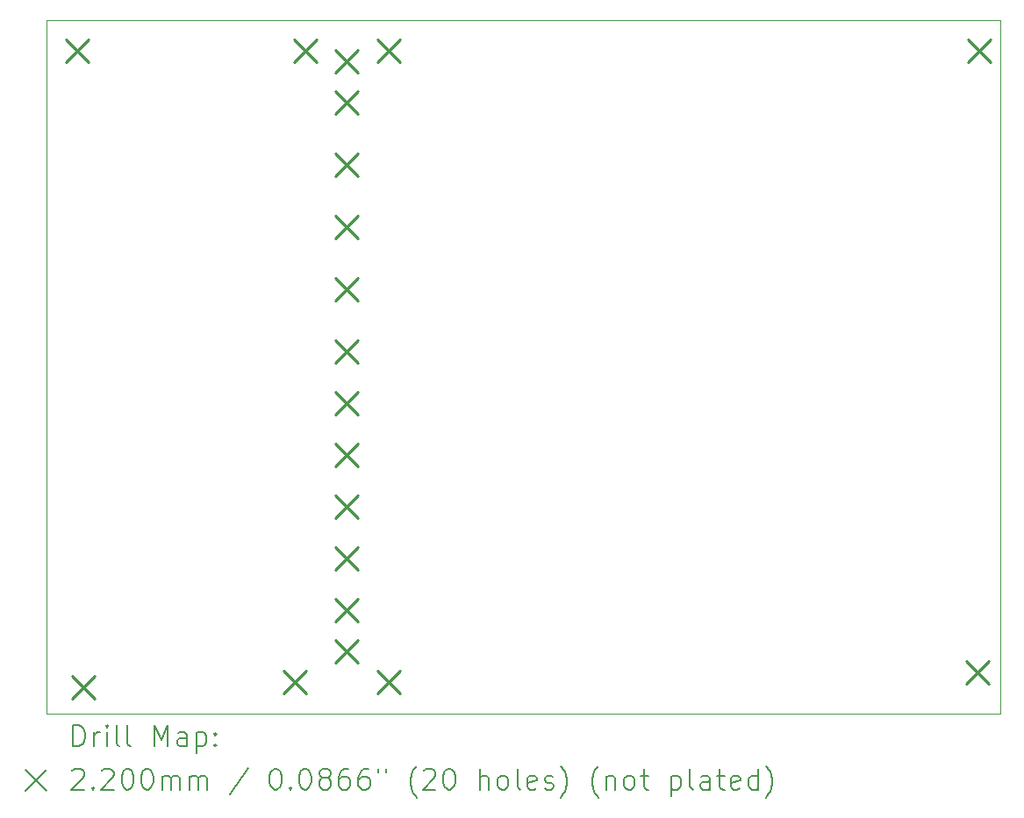
<source format=gbr>
%TF.GenerationSoftware,KiCad,Pcbnew,9.0.1*%
%TF.CreationDate,2025-05-10T06:39:08-07:00*%
%TF.ProjectId,ARDU_RF_TEMP,41524455-5f52-4465-9f54-454d502e6b69,rev?*%
%TF.SameCoordinates,Original*%
%TF.FileFunction,Drillmap*%
%TF.FilePolarity,Positive*%
%FSLAX45Y45*%
G04 Gerber Fmt 4.5, Leading zero omitted, Abs format (unit mm)*
G04 Created by KiCad (PCBNEW 9.0.1) date 2025-05-10 06:39:08*
%MOMM*%
%LPD*%
G01*
G04 APERTURE LIST*
%ADD10C,0.050000*%
%ADD11C,0.200000*%
%ADD12C,0.220000*%
G04 APERTURE END LIST*
D10*
X1300000Y-1300000D02*
X10500000Y-1300000D01*
X10500000Y-8000000D01*
X1300000Y-8000000D01*
X1300000Y-1300000D01*
D11*
D12*
X1490000Y-1490000D02*
X1710000Y-1710000D01*
X1710000Y-1490000D02*
X1490000Y-1710000D01*
X1548000Y-7636000D02*
X1768000Y-7856000D01*
X1768000Y-7636000D02*
X1548000Y-7856000D01*
X3590000Y-7590000D02*
X3810000Y-7810000D01*
X3810000Y-7590000D02*
X3590000Y-7810000D01*
X3690000Y-1490000D02*
X3910000Y-1710000D01*
X3910000Y-1490000D02*
X3690000Y-1710000D01*
X4090000Y-1590000D02*
X4310000Y-1810000D01*
X4310000Y-1590000D02*
X4090000Y-1810000D01*
X4090000Y-1990000D02*
X4310000Y-2210000D01*
X4310000Y-1990000D02*
X4090000Y-2210000D01*
X4090000Y-2590000D02*
X4310000Y-2810000D01*
X4310000Y-2590000D02*
X4090000Y-2810000D01*
X4090000Y-3190000D02*
X4310000Y-3410000D01*
X4310000Y-3190000D02*
X4090000Y-3410000D01*
X4090000Y-3790000D02*
X4310000Y-4010000D01*
X4310000Y-3790000D02*
X4090000Y-4010000D01*
X4090000Y-4390000D02*
X4310000Y-4610000D01*
X4310000Y-4390000D02*
X4090000Y-4610000D01*
X4090000Y-4890000D02*
X4310000Y-5110000D01*
X4310000Y-4890000D02*
X4090000Y-5110000D01*
X4090000Y-5390000D02*
X4310000Y-5610000D01*
X4310000Y-5390000D02*
X4090000Y-5610000D01*
X4090000Y-5890000D02*
X4310000Y-6110000D01*
X4310000Y-5890000D02*
X4090000Y-6110000D01*
X4090000Y-6390000D02*
X4310000Y-6610000D01*
X4310000Y-6390000D02*
X4090000Y-6610000D01*
X4090000Y-6890000D02*
X4310000Y-7110000D01*
X4310000Y-6890000D02*
X4090000Y-7110000D01*
X4090000Y-7290000D02*
X4310000Y-7510000D01*
X4310000Y-7290000D02*
X4090000Y-7510000D01*
X4490000Y-1490000D02*
X4710000Y-1710000D01*
X4710000Y-1490000D02*
X4490000Y-1710000D01*
X4490000Y-7590000D02*
X4710000Y-7810000D01*
X4710000Y-7590000D02*
X4490000Y-7810000D01*
X10175300Y-7490000D02*
X10395300Y-7710000D01*
X10395300Y-7490000D02*
X10175300Y-7710000D01*
X10190000Y-1490000D02*
X10410000Y-1710000D01*
X10410000Y-1490000D02*
X10190000Y-1710000D01*
D11*
X1558277Y-8313984D02*
X1558277Y-8113984D01*
X1558277Y-8113984D02*
X1605896Y-8113984D01*
X1605896Y-8113984D02*
X1634467Y-8123508D01*
X1634467Y-8123508D02*
X1653515Y-8142555D01*
X1653515Y-8142555D02*
X1663039Y-8161603D01*
X1663039Y-8161603D02*
X1672562Y-8199698D01*
X1672562Y-8199698D02*
X1672562Y-8228269D01*
X1672562Y-8228269D02*
X1663039Y-8266365D01*
X1663039Y-8266365D02*
X1653515Y-8285412D01*
X1653515Y-8285412D02*
X1634467Y-8304460D01*
X1634467Y-8304460D02*
X1605896Y-8313984D01*
X1605896Y-8313984D02*
X1558277Y-8313984D01*
X1758277Y-8313984D02*
X1758277Y-8180650D01*
X1758277Y-8218746D02*
X1767801Y-8199698D01*
X1767801Y-8199698D02*
X1777324Y-8190174D01*
X1777324Y-8190174D02*
X1796372Y-8180650D01*
X1796372Y-8180650D02*
X1815420Y-8180650D01*
X1882086Y-8313984D02*
X1882086Y-8180650D01*
X1882086Y-8113984D02*
X1872562Y-8123508D01*
X1872562Y-8123508D02*
X1882086Y-8133031D01*
X1882086Y-8133031D02*
X1891610Y-8123508D01*
X1891610Y-8123508D02*
X1882086Y-8113984D01*
X1882086Y-8113984D02*
X1882086Y-8133031D01*
X2005896Y-8313984D02*
X1986848Y-8304460D01*
X1986848Y-8304460D02*
X1977324Y-8285412D01*
X1977324Y-8285412D02*
X1977324Y-8113984D01*
X2110658Y-8313984D02*
X2091610Y-8304460D01*
X2091610Y-8304460D02*
X2082086Y-8285412D01*
X2082086Y-8285412D02*
X2082086Y-8113984D01*
X2339229Y-8313984D02*
X2339229Y-8113984D01*
X2339229Y-8113984D02*
X2405896Y-8256841D01*
X2405896Y-8256841D02*
X2472563Y-8113984D01*
X2472563Y-8113984D02*
X2472563Y-8313984D01*
X2653515Y-8313984D02*
X2653515Y-8209222D01*
X2653515Y-8209222D02*
X2643991Y-8190174D01*
X2643991Y-8190174D02*
X2624944Y-8180650D01*
X2624944Y-8180650D02*
X2586848Y-8180650D01*
X2586848Y-8180650D02*
X2567801Y-8190174D01*
X2653515Y-8304460D02*
X2634467Y-8313984D01*
X2634467Y-8313984D02*
X2586848Y-8313984D01*
X2586848Y-8313984D02*
X2567801Y-8304460D01*
X2567801Y-8304460D02*
X2558277Y-8285412D01*
X2558277Y-8285412D02*
X2558277Y-8266365D01*
X2558277Y-8266365D02*
X2567801Y-8247317D01*
X2567801Y-8247317D02*
X2586848Y-8237793D01*
X2586848Y-8237793D02*
X2634467Y-8237793D01*
X2634467Y-8237793D02*
X2653515Y-8228269D01*
X2748753Y-8180650D02*
X2748753Y-8380650D01*
X2748753Y-8190174D02*
X2767801Y-8180650D01*
X2767801Y-8180650D02*
X2805896Y-8180650D01*
X2805896Y-8180650D02*
X2824943Y-8190174D01*
X2824943Y-8190174D02*
X2834467Y-8199698D01*
X2834467Y-8199698D02*
X2843991Y-8218746D01*
X2843991Y-8218746D02*
X2843991Y-8275888D01*
X2843991Y-8275888D02*
X2834467Y-8294936D01*
X2834467Y-8294936D02*
X2824943Y-8304460D01*
X2824943Y-8304460D02*
X2805896Y-8313984D01*
X2805896Y-8313984D02*
X2767801Y-8313984D01*
X2767801Y-8313984D02*
X2748753Y-8304460D01*
X2929705Y-8294936D02*
X2939229Y-8304460D01*
X2939229Y-8304460D02*
X2929705Y-8313984D01*
X2929705Y-8313984D02*
X2920182Y-8304460D01*
X2920182Y-8304460D02*
X2929705Y-8294936D01*
X2929705Y-8294936D02*
X2929705Y-8313984D01*
X2929705Y-8190174D02*
X2939229Y-8199698D01*
X2939229Y-8199698D02*
X2929705Y-8209222D01*
X2929705Y-8209222D02*
X2920182Y-8199698D01*
X2920182Y-8199698D02*
X2929705Y-8190174D01*
X2929705Y-8190174D02*
X2929705Y-8209222D01*
X1097500Y-8542500D02*
X1297500Y-8742500D01*
X1297500Y-8542500D02*
X1097500Y-8742500D01*
X1548753Y-8553031D02*
X1558277Y-8543508D01*
X1558277Y-8543508D02*
X1577324Y-8533984D01*
X1577324Y-8533984D02*
X1624943Y-8533984D01*
X1624943Y-8533984D02*
X1643991Y-8543508D01*
X1643991Y-8543508D02*
X1653515Y-8553031D01*
X1653515Y-8553031D02*
X1663039Y-8572079D01*
X1663039Y-8572079D02*
X1663039Y-8591127D01*
X1663039Y-8591127D02*
X1653515Y-8619698D01*
X1653515Y-8619698D02*
X1539229Y-8733984D01*
X1539229Y-8733984D02*
X1663039Y-8733984D01*
X1748753Y-8714936D02*
X1758277Y-8724460D01*
X1758277Y-8724460D02*
X1748753Y-8733984D01*
X1748753Y-8733984D02*
X1739229Y-8724460D01*
X1739229Y-8724460D02*
X1748753Y-8714936D01*
X1748753Y-8714936D02*
X1748753Y-8733984D01*
X1834467Y-8553031D02*
X1843991Y-8543508D01*
X1843991Y-8543508D02*
X1863039Y-8533984D01*
X1863039Y-8533984D02*
X1910658Y-8533984D01*
X1910658Y-8533984D02*
X1929705Y-8543508D01*
X1929705Y-8543508D02*
X1939229Y-8553031D01*
X1939229Y-8553031D02*
X1948753Y-8572079D01*
X1948753Y-8572079D02*
X1948753Y-8591127D01*
X1948753Y-8591127D02*
X1939229Y-8619698D01*
X1939229Y-8619698D02*
X1824943Y-8733984D01*
X1824943Y-8733984D02*
X1948753Y-8733984D01*
X2072562Y-8533984D02*
X2091610Y-8533984D01*
X2091610Y-8533984D02*
X2110658Y-8543508D01*
X2110658Y-8543508D02*
X2120182Y-8553031D01*
X2120182Y-8553031D02*
X2129705Y-8572079D01*
X2129705Y-8572079D02*
X2139229Y-8610174D01*
X2139229Y-8610174D02*
X2139229Y-8657793D01*
X2139229Y-8657793D02*
X2129705Y-8695889D01*
X2129705Y-8695889D02*
X2120182Y-8714936D01*
X2120182Y-8714936D02*
X2110658Y-8724460D01*
X2110658Y-8724460D02*
X2091610Y-8733984D01*
X2091610Y-8733984D02*
X2072562Y-8733984D01*
X2072562Y-8733984D02*
X2053515Y-8724460D01*
X2053515Y-8724460D02*
X2043991Y-8714936D01*
X2043991Y-8714936D02*
X2034467Y-8695889D01*
X2034467Y-8695889D02*
X2024943Y-8657793D01*
X2024943Y-8657793D02*
X2024943Y-8610174D01*
X2024943Y-8610174D02*
X2034467Y-8572079D01*
X2034467Y-8572079D02*
X2043991Y-8553031D01*
X2043991Y-8553031D02*
X2053515Y-8543508D01*
X2053515Y-8543508D02*
X2072562Y-8533984D01*
X2263039Y-8533984D02*
X2282086Y-8533984D01*
X2282086Y-8533984D02*
X2301134Y-8543508D01*
X2301134Y-8543508D02*
X2310658Y-8553031D01*
X2310658Y-8553031D02*
X2320182Y-8572079D01*
X2320182Y-8572079D02*
X2329705Y-8610174D01*
X2329705Y-8610174D02*
X2329705Y-8657793D01*
X2329705Y-8657793D02*
X2320182Y-8695889D01*
X2320182Y-8695889D02*
X2310658Y-8714936D01*
X2310658Y-8714936D02*
X2301134Y-8724460D01*
X2301134Y-8724460D02*
X2282086Y-8733984D01*
X2282086Y-8733984D02*
X2263039Y-8733984D01*
X2263039Y-8733984D02*
X2243991Y-8724460D01*
X2243991Y-8724460D02*
X2234467Y-8714936D01*
X2234467Y-8714936D02*
X2224944Y-8695889D01*
X2224944Y-8695889D02*
X2215420Y-8657793D01*
X2215420Y-8657793D02*
X2215420Y-8610174D01*
X2215420Y-8610174D02*
X2224944Y-8572079D01*
X2224944Y-8572079D02*
X2234467Y-8553031D01*
X2234467Y-8553031D02*
X2243991Y-8543508D01*
X2243991Y-8543508D02*
X2263039Y-8533984D01*
X2415420Y-8733984D02*
X2415420Y-8600650D01*
X2415420Y-8619698D02*
X2424944Y-8610174D01*
X2424944Y-8610174D02*
X2443991Y-8600650D01*
X2443991Y-8600650D02*
X2472563Y-8600650D01*
X2472563Y-8600650D02*
X2491610Y-8610174D01*
X2491610Y-8610174D02*
X2501134Y-8629222D01*
X2501134Y-8629222D02*
X2501134Y-8733984D01*
X2501134Y-8629222D02*
X2510658Y-8610174D01*
X2510658Y-8610174D02*
X2529705Y-8600650D01*
X2529705Y-8600650D02*
X2558277Y-8600650D01*
X2558277Y-8600650D02*
X2577325Y-8610174D01*
X2577325Y-8610174D02*
X2586848Y-8629222D01*
X2586848Y-8629222D02*
X2586848Y-8733984D01*
X2682086Y-8733984D02*
X2682086Y-8600650D01*
X2682086Y-8619698D02*
X2691610Y-8610174D01*
X2691610Y-8610174D02*
X2710658Y-8600650D01*
X2710658Y-8600650D02*
X2739229Y-8600650D01*
X2739229Y-8600650D02*
X2758277Y-8610174D01*
X2758277Y-8610174D02*
X2767801Y-8629222D01*
X2767801Y-8629222D02*
X2767801Y-8733984D01*
X2767801Y-8629222D02*
X2777325Y-8610174D01*
X2777325Y-8610174D02*
X2796372Y-8600650D01*
X2796372Y-8600650D02*
X2824943Y-8600650D01*
X2824943Y-8600650D02*
X2843991Y-8610174D01*
X2843991Y-8610174D02*
X2853515Y-8629222D01*
X2853515Y-8629222D02*
X2853515Y-8733984D01*
X3243991Y-8524460D02*
X3072563Y-8781603D01*
X3501134Y-8533984D02*
X3520182Y-8533984D01*
X3520182Y-8533984D02*
X3539229Y-8543508D01*
X3539229Y-8543508D02*
X3548753Y-8553031D01*
X3548753Y-8553031D02*
X3558277Y-8572079D01*
X3558277Y-8572079D02*
X3567801Y-8610174D01*
X3567801Y-8610174D02*
X3567801Y-8657793D01*
X3567801Y-8657793D02*
X3558277Y-8695889D01*
X3558277Y-8695889D02*
X3548753Y-8714936D01*
X3548753Y-8714936D02*
X3539229Y-8724460D01*
X3539229Y-8724460D02*
X3520182Y-8733984D01*
X3520182Y-8733984D02*
X3501134Y-8733984D01*
X3501134Y-8733984D02*
X3482086Y-8724460D01*
X3482086Y-8724460D02*
X3472563Y-8714936D01*
X3472563Y-8714936D02*
X3463039Y-8695889D01*
X3463039Y-8695889D02*
X3453515Y-8657793D01*
X3453515Y-8657793D02*
X3453515Y-8610174D01*
X3453515Y-8610174D02*
X3463039Y-8572079D01*
X3463039Y-8572079D02*
X3472563Y-8553031D01*
X3472563Y-8553031D02*
X3482086Y-8543508D01*
X3482086Y-8543508D02*
X3501134Y-8533984D01*
X3653515Y-8714936D02*
X3663039Y-8724460D01*
X3663039Y-8724460D02*
X3653515Y-8733984D01*
X3653515Y-8733984D02*
X3643991Y-8724460D01*
X3643991Y-8724460D02*
X3653515Y-8714936D01*
X3653515Y-8714936D02*
X3653515Y-8733984D01*
X3786848Y-8533984D02*
X3805896Y-8533984D01*
X3805896Y-8533984D02*
X3824944Y-8543508D01*
X3824944Y-8543508D02*
X3834467Y-8553031D01*
X3834467Y-8553031D02*
X3843991Y-8572079D01*
X3843991Y-8572079D02*
X3853515Y-8610174D01*
X3853515Y-8610174D02*
X3853515Y-8657793D01*
X3853515Y-8657793D02*
X3843991Y-8695889D01*
X3843991Y-8695889D02*
X3834467Y-8714936D01*
X3834467Y-8714936D02*
X3824944Y-8724460D01*
X3824944Y-8724460D02*
X3805896Y-8733984D01*
X3805896Y-8733984D02*
X3786848Y-8733984D01*
X3786848Y-8733984D02*
X3767801Y-8724460D01*
X3767801Y-8724460D02*
X3758277Y-8714936D01*
X3758277Y-8714936D02*
X3748753Y-8695889D01*
X3748753Y-8695889D02*
X3739229Y-8657793D01*
X3739229Y-8657793D02*
X3739229Y-8610174D01*
X3739229Y-8610174D02*
X3748753Y-8572079D01*
X3748753Y-8572079D02*
X3758277Y-8553031D01*
X3758277Y-8553031D02*
X3767801Y-8543508D01*
X3767801Y-8543508D02*
X3786848Y-8533984D01*
X3967801Y-8619698D02*
X3948753Y-8610174D01*
X3948753Y-8610174D02*
X3939229Y-8600650D01*
X3939229Y-8600650D02*
X3929706Y-8581603D01*
X3929706Y-8581603D02*
X3929706Y-8572079D01*
X3929706Y-8572079D02*
X3939229Y-8553031D01*
X3939229Y-8553031D02*
X3948753Y-8543508D01*
X3948753Y-8543508D02*
X3967801Y-8533984D01*
X3967801Y-8533984D02*
X4005896Y-8533984D01*
X4005896Y-8533984D02*
X4024944Y-8543508D01*
X4024944Y-8543508D02*
X4034467Y-8553031D01*
X4034467Y-8553031D02*
X4043991Y-8572079D01*
X4043991Y-8572079D02*
X4043991Y-8581603D01*
X4043991Y-8581603D02*
X4034467Y-8600650D01*
X4034467Y-8600650D02*
X4024944Y-8610174D01*
X4024944Y-8610174D02*
X4005896Y-8619698D01*
X4005896Y-8619698D02*
X3967801Y-8619698D01*
X3967801Y-8619698D02*
X3948753Y-8629222D01*
X3948753Y-8629222D02*
X3939229Y-8638746D01*
X3939229Y-8638746D02*
X3929706Y-8657793D01*
X3929706Y-8657793D02*
X3929706Y-8695889D01*
X3929706Y-8695889D02*
X3939229Y-8714936D01*
X3939229Y-8714936D02*
X3948753Y-8724460D01*
X3948753Y-8724460D02*
X3967801Y-8733984D01*
X3967801Y-8733984D02*
X4005896Y-8733984D01*
X4005896Y-8733984D02*
X4024944Y-8724460D01*
X4024944Y-8724460D02*
X4034467Y-8714936D01*
X4034467Y-8714936D02*
X4043991Y-8695889D01*
X4043991Y-8695889D02*
X4043991Y-8657793D01*
X4043991Y-8657793D02*
X4034467Y-8638746D01*
X4034467Y-8638746D02*
X4024944Y-8629222D01*
X4024944Y-8629222D02*
X4005896Y-8619698D01*
X4215420Y-8533984D02*
X4177325Y-8533984D01*
X4177325Y-8533984D02*
X4158277Y-8543508D01*
X4158277Y-8543508D02*
X4148753Y-8553031D01*
X4148753Y-8553031D02*
X4129706Y-8581603D01*
X4129706Y-8581603D02*
X4120182Y-8619698D01*
X4120182Y-8619698D02*
X4120182Y-8695889D01*
X4120182Y-8695889D02*
X4129706Y-8714936D01*
X4129706Y-8714936D02*
X4139229Y-8724460D01*
X4139229Y-8724460D02*
X4158277Y-8733984D01*
X4158277Y-8733984D02*
X4196372Y-8733984D01*
X4196372Y-8733984D02*
X4215420Y-8724460D01*
X4215420Y-8724460D02*
X4224944Y-8714936D01*
X4224944Y-8714936D02*
X4234468Y-8695889D01*
X4234468Y-8695889D02*
X4234468Y-8648270D01*
X4234468Y-8648270D02*
X4224944Y-8629222D01*
X4224944Y-8629222D02*
X4215420Y-8619698D01*
X4215420Y-8619698D02*
X4196372Y-8610174D01*
X4196372Y-8610174D02*
X4158277Y-8610174D01*
X4158277Y-8610174D02*
X4139229Y-8619698D01*
X4139229Y-8619698D02*
X4129706Y-8629222D01*
X4129706Y-8629222D02*
X4120182Y-8648270D01*
X4405896Y-8533984D02*
X4367801Y-8533984D01*
X4367801Y-8533984D02*
X4348753Y-8543508D01*
X4348753Y-8543508D02*
X4339229Y-8553031D01*
X4339229Y-8553031D02*
X4320182Y-8581603D01*
X4320182Y-8581603D02*
X4310658Y-8619698D01*
X4310658Y-8619698D02*
X4310658Y-8695889D01*
X4310658Y-8695889D02*
X4320182Y-8714936D01*
X4320182Y-8714936D02*
X4329706Y-8724460D01*
X4329706Y-8724460D02*
X4348753Y-8733984D01*
X4348753Y-8733984D02*
X4386849Y-8733984D01*
X4386849Y-8733984D02*
X4405896Y-8724460D01*
X4405896Y-8724460D02*
X4415420Y-8714936D01*
X4415420Y-8714936D02*
X4424944Y-8695889D01*
X4424944Y-8695889D02*
X4424944Y-8648270D01*
X4424944Y-8648270D02*
X4415420Y-8629222D01*
X4415420Y-8629222D02*
X4405896Y-8619698D01*
X4405896Y-8619698D02*
X4386849Y-8610174D01*
X4386849Y-8610174D02*
X4348753Y-8610174D01*
X4348753Y-8610174D02*
X4329706Y-8619698D01*
X4329706Y-8619698D02*
X4320182Y-8629222D01*
X4320182Y-8629222D02*
X4310658Y-8648270D01*
X4501134Y-8533984D02*
X4501134Y-8572079D01*
X4577325Y-8533984D02*
X4577325Y-8572079D01*
X4872563Y-8810174D02*
X4863039Y-8800650D01*
X4863039Y-8800650D02*
X4843991Y-8772079D01*
X4843991Y-8772079D02*
X4834468Y-8753031D01*
X4834468Y-8753031D02*
X4824944Y-8724460D01*
X4824944Y-8724460D02*
X4815420Y-8676841D01*
X4815420Y-8676841D02*
X4815420Y-8638746D01*
X4815420Y-8638746D02*
X4824944Y-8591127D01*
X4824944Y-8591127D02*
X4834468Y-8562555D01*
X4834468Y-8562555D02*
X4843991Y-8543508D01*
X4843991Y-8543508D02*
X4863039Y-8514936D01*
X4863039Y-8514936D02*
X4872563Y-8505412D01*
X4939230Y-8553031D02*
X4948753Y-8543508D01*
X4948753Y-8543508D02*
X4967801Y-8533984D01*
X4967801Y-8533984D02*
X5015420Y-8533984D01*
X5015420Y-8533984D02*
X5034468Y-8543508D01*
X5034468Y-8543508D02*
X5043991Y-8553031D01*
X5043991Y-8553031D02*
X5053515Y-8572079D01*
X5053515Y-8572079D02*
X5053515Y-8591127D01*
X5053515Y-8591127D02*
X5043991Y-8619698D01*
X5043991Y-8619698D02*
X4929706Y-8733984D01*
X4929706Y-8733984D02*
X5053515Y-8733984D01*
X5177325Y-8533984D02*
X5196372Y-8533984D01*
X5196372Y-8533984D02*
X5215420Y-8543508D01*
X5215420Y-8543508D02*
X5224944Y-8553031D01*
X5224944Y-8553031D02*
X5234468Y-8572079D01*
X5234468Y-8572079D02*
X5243991Y-8610174D01*
X5243991Y-8610174D02*
X5243991Y-8657793D01*
X5243991Y-8657793D02*
X5234468Y-8695889D01*
X5234468Y-8695889D02*
X5224944Y-8714936D01*
X5224944Y-8714936D02*
X5215420Y-8724460D01*
X5215420Y-8724460D02*
X5196372Y-8733984D01*
X5196372Y-8733984D02*
X5177325Y-8733984D01*
X5177325Y-8733984D02*
X5158277Y-8724460D01*
X5158277Y-8724460D02*
X5148753Y-8714936D01*
X5148753Y-8714936D02*
X5139230Y-8695889D01*
X5139230Y-8695889D02*
X5129706Y-8657793D01*
X5129706Y-8657793D02*
X5129706Y-8610174D01*
X5129706Y-8610174D02*
X5139230Y-8572079D01*
X5139230Y-8572079D02*
X5148753Y-8553031D01*
X5148753Y-8553031D02*
X5158277Y-8543508D01*
X5158277Y-8543508D02*
X5177325Y-8533984D01*
X5482087Y-8733984D02*
X5482087Y-8533984D01*
X5567801Y-8733984D02*
X5567801Y-8629222D01*
X5567801Y-8629222D02*
X5558277Y-8610174D01*
X5558277Y-8610174D02*
X5539230Y-8600650D01*
X5539230Y-8600650D02*
X5510658Y-8600650D01*
X5510658Y-8600650D02*
X5491611Y-8610174D01*
X5491611Y-8610174D02*
X5482087Y-8619698D01*
X5691610Y-8733984D02*
X5672563Y-8724460D01*
X5672563Y-8724460D02*
X5663039Y-8714936D01*
X5663039Y-8714936D02*
X5653515Y-8695889D01*
X5653515Y-8695889D02*
X5653515Y-8638746D01*
X5653515Y-8638746D02*
X5663039Y-8619698D01*
X5663039Y-8619698D02*
X5672563Y-8610174D01*
X5672563Y-8610174D02*
X5691610Y-8600650D01*
X5691610Y-8600650D02*
X5720182Y-8600650D01*
X5720182Y-8600650D02*
X5739230Y-8610174D01*
X5739230Y-8610174D02*
X5748753Y-8619698D01*
X5748753Y-8619698D02*
X5758277Y-8638746D01*
X5758277Y-8638746D02*
X5758277Y-8695889D01*
X5758277Y-8695889D02*
X5748753Y-8714936D01*
X5748753Y-8714936D02*
X5739230Y-8724460D01*
X5739230Y-8724460D02*
X5720182Y-8733984D01*
X5720182Y-8733984D02*
X5691610Y-8733984D01*
X5872563Y-8733984D02*
X5853515Y-8724460D01*
X5853515Y-8724460D02*
X5843991Y-8705412D01*
X5843991Y-8705412D02*
X5843991Y-8533984D01*
X6024944Y-8724460D02*
X6005896Y-8733984D01*
X6005896Y-8733984D02*
X5967801Y-8733984D01*
X5967801Y-8733984D02*
X5948753Y-8724460D01*
X5948753Y-8724460D02*
X5939230Y-8705412D01*
X5939230Y-8705412D02*
X5939230Y-8629222D01*
X5939230Y-8629222D02*
X5948753Y-8610174D01*
X5948753Y-8610174D02*
X5967801Y-8600650D01*
X5967801Y-8600650D02*
X6005896Y-8600650D01*
X6005896Y-8600650D02*
X6024944Y-8610174D01*
X6024944Y-8610174D02*
X6034468Y-8629222D01*
X6034468Y-8629222D02*
X6034468Y-8648270D01*
X6034468Y-8648270D02*
X5939230Y-8667317D01*
X6110658Y-8724460D02*
X6129706Y-8733984D01*
X6129706Y-8733984D02*
X6167801Y-8733984D01*
X6167801Y-8733984D02*
X6186849Y-8724460D01*
X6186849Y-8724460D02*
X6196372Y-8705412D01*
X6196372Y-8705412D02*
X6196372Y-8695889D01*
X6196372Y-8695889D02*
X6186849Y-8676841D01*
X6186849Y-8676841D02*
X6167801Y-8667317D01*
X6167801Y-8667317D02*
X6139230Y-8667317D01*
X6139230Y-8667317D02*
X6120182Y-8657793D01*
X6120182Y-8657793D02*
X6110658Y-8638746D01*
X6110658Y-8638746D02*
X6110658Y-8629222D01*
X6110658Y-8629222D02*
X6120182Y-8610174D01*
X6120182Y-8610174D02*
X6139230Y-8600650D01*
X6139230Y-8600650D02*
X6167801Y-8600650D01*
X6167801Y-8600650D02*
X6186849Y-8610174D01*
X6263039Y-8810174D02*
X6272563Y-8800650D01*
X6272563Y-8800650D02*
X6291611Y-8772079D01*
X6291611Y-8772079D02*
X6301134Y-8753031D01*
X6301134Y-8753031D02*
X6310658Y-8724460D01*
X6310658Y-8724460D02*
X6320182Y-8676841D01*
X6320182Y-8676841D02*
X6320182Y-8638746D01*
X6320182Y-8638746D02*
X6310658Y-8591127D01*
X6310658Y-8591127D02*
X6301134Y-8562555D01*
X6301134Y-8562555D02*
X6291611Y-8543508D01*
X6291611Y-8543508D02*
X6272563Y-8514936D01*
X6272563Y-8514936D02*
X6263039Y-8505412D01*
X6624944Y-8810174D02*
X6615420Y-8800650D01*
X6615420Y-8800650D02*
X6596372Y-8772079D01*
X6596372Y-8772079D02*
X6586849Y-8753031D01*
X6586849Y-8753031D02*
X6577325Y-8724460D01*
X6577325Y-8724460D02*
X6567801Y-8676841D01*
X6567801Y-8676841D02*
X6567801Y-8638746D01*
X6567801Y-8638746D02*
X6577325Y-8591127D01*
X6577325Y-8591127D02*
X6586849Y-8562555D01*
X6586849Y-8562555D02*
X6596372Y-8543508D01*
X6596372Y-8543508D02*
X6615420Y-8514936D01*
X6615420Y-8514936D02*
X6624944Y-8505412D01*
X6701134Y-8600650D02*
X6701134Y-8733984D01*
X6701134Y-8619698D02*
X6710658Y-8610174D01*
X6710658Y-8610174D02*
X6729706Y-8600650D01*
X6729706Y-8600650D02*
X6758277Y-8600650D01*
X6758277Y-8600650D02*
X6777325Y-8610174D01*
X6777325Y-8610174D02*
X6786849Y-8629222D01*
X6786849Y-8629222D02*
X6786849Y-8733984D01*
X6910658Y-8733984D02*
X6891611Y-8724460D01*
X6891611Y-8724460D02*
X6882087Y-8714936D01*
X6882087Y-8714936D02*
X6872563Y-8695889D01*
X6872563Y-8695889D02*
X6872563Y-8638746D01*
X6872563Y-8638746D02*
X6882087Y-8619698D01*
X6882087Y-8619698D02*
X6891611Y-8610174D01*
X6891611Y-8610174D02*
X6910658Y-8600650D01*
X6910658Y-8600650D02*
X6939230Y-8600650D01*
X6939230Y-8600650D02*
X6958277Y-8610174D01*
X6958277Y-8610174D02*
X6967801Y-8619698D01*
X6967801Y-8619698D02*
X6977325Y-8638746D01*
X6977325Y-8638746D02*
X6977325Y-8695889D01*
X6977325Y-8695889D02*
X6967801Y-8714936D01*
X6967801Y-8714936D02*
X6958277Y-8724460D01*
X6958277Y-8724460D02*
X6939230Y-8733984D01*
X6939230Y-8733984D02*
X6910658Y-8733984D01*
X7034468Y-8600650D02*
X7110658Y-8600650D01*
X7063039Y-8533984D02*
X7063039Y-8705412D01*
X7063039Y-8705412D02*
X7072563Y-8724460D01*
X7072563Y-8724460D02*
X7091611Y-8733984D01*
X7091611Y-8733984D02*
X7110658Y-8733984D01*
X7329706Y-8600650D02*
X7329706Y-8800650D01*
X7329706Y-8610174D02*
X7348753Y-8600650D01*
X7348753Y-8600650D02*
X7386849Y-8600650D01*
X7386849Y-8600650D02*
X7405896Y-8610174D01*
X7405896Y-8610174D02*
X7415420Y-8619698D01*
X7415420Y-8619698D02*
X7424944Y-8638746D01*
X7424944Y-8638746D02*
X7424944Y-8695889D01*
X7424944Y-8695889D02*
X7415420Y-8714936D01*
X7415420Y-8714936D02*
X7405896Y-8724460D01*
X7405896Y-8724460D02*
X7386849Y-8733984D01*
X7386849Y-8733984D02*
X7348753Y-8733984D01*
X7348753Y-8733984D02*
X7329706Y-8724460D01*
X7539230Y-8733984D02*
X7520182Y-8724460D01*
X7520182Y-8724460D02*
X7510658Y-8705412D01*
X7510658Y-8705412D02*
X7510658Y-8533984D01*
X7701134Y-8733984D02*
X7701134Y-8629222D01*
X7701134Y-8629222D02*
X7691611Y-8610174D01*
X7691611Y-8610174D02*
X7672563Y-8600650D01*
X7672563Y-8600650D02*
X7634468Y-8600650D01*
X7634468Y-8600650D02*
X7615420Y-8610174D01*
X7701134Y-8724460D02*
X7682087Y-8733984D01*
X7682087Y-8733984D02*
X7634468Y-8733984D01*
X7634468Y-8733984D02*
X7615420Y-8724460D01*
X7615420Y-8724460D02*
X7605896Y-8705412D01*
X7605896Y-8705412D02*
X7605896Y-8686365D01*
X7605896Y-8686365D02*
X7615420Y-8667317D01*
X7615420Y-8667317D02*
X7634468Y-8657793D01*
X7634468Y-8657793D02*
X7682087Y-8657793D01*
X7682087Y-8657793D02*
X7701134Y-8648270D01*
X7767801Y-8600650D02*
X7843992Y-8600650D01*
X7796373Y-8533984D02*
X7796373Y-8705412D01*
X7796373Y-8705412D02*
X7805896Y-8724460D01*
X7805896Y-8724460D02*
X7824944Y-8733984D01*
X7824944Y-8733984D02*
X7843992Y-8733984D01*
X7986849Y-8724460D02*
X7967801Y-8733984D01*
X7967801Y-8733984D02*
X7929706Y-8733984D01*
X7929706Y-8733984D02*
X7910658Y-8724460D01*
X7910658Y-8724460D02*
X7901134Y-8705412D01*
X7901134Y-8705412D02*
X7901134Y-8629222D01*
X7901134Y-8629222D02*
X7910658Y-8610174D01*
X7910658Y-8610174D02*
X7929706Y-8600650D01*
X7929706Y-8600650D02*
X7967801Y-8600650D01*
X7967801Y-8600650D02*
X7986849Y-8610174D01*
X7986849Y-8610174D02*
X7996373Y-8629222D01*
X7996373Y-8629222D02*
X7996373Y-8648270D01*
X7996373Y-8648270D02*
X7901134Y-8667317D01*
X8167801Y-8733984D02*
X8167801Y-8533984D01*
X8167801Y-8724460D02*
X8148754Y-8733984D01*
X8148754Y-8733984D02*
X8110658Y-8733984D01*
X8110658Y-8733984D02*
X8091611Y-8724460D01*
X8091611Y-8724460D02*
X8082087Y-8714936D01*
X8082087Y-8714936D02*
X8072563Y-8695889D01*
X8072563Y-8695889D02*
X8072563Y-8638746D01*
X8072563Y-8638746D02*
X8082087Y-8619698D01*
X8082087Y-8619698D02*
X8091611Y-8610174D01*
X8091611Y-8610174D02*
X8110658Y-8600650D01*
X8110658Y-8600650D02*
X8148754Y-8600650D01*
X8148754Y-8600650D02*
X8167801Y-8610174D01*
X8243992Y-8810174D02*
X8253515Y-8800650D01*
X8253515Y-8800650D02*
X8272563Y-8772079D01*
X8272563Y-8772079D02*
X8282087Y-8753031D01*
X8282087Y-8753031D02*
X8291611Y-8724460D01*
X8291611Y-8724460D02*
X8301134Y-8676841D01*
X8301134Y-8676841D02*
X8301134Y-8638746D01*
X8301134Y-8638746D02*
X8291611Y-8591127D01*
X8291611Y-8591127D02*
X8282087Y-8562555D01*
X8282087Y-8562555D02*
X8272563Y-8543508D01*
X8272563Y-8543508D02*
X8253515Y-8514936D01*
X8253515Y-8514936D02*
X8243992Y-8505412D01*
M02*

</source>
